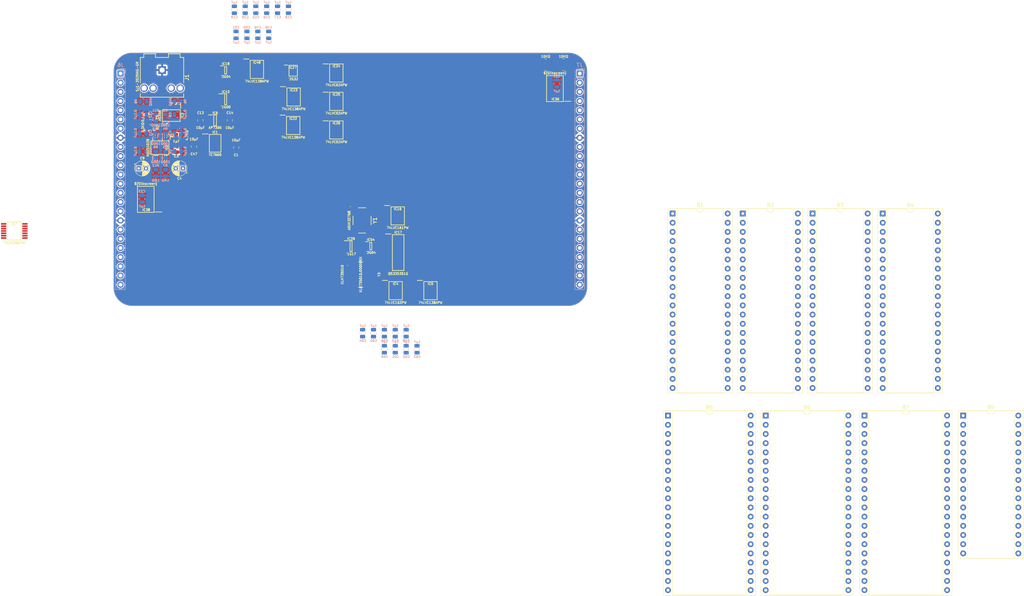
<source format=kicad_pcb>
(kicad_pcb (version 20221018) (generator pcbnew)
  (layers (0 "F.Cu" signal) (31 "B.Cu" signal) (36 "B.SilkS" user "B.Silkscreen") (37 "F.SilkS" user "F.Silkscreen") (38 "B.Mask" user) (39 "F.Mask" user) (44 "Edge.Cuts" user))
  (net 0 "")
  (net 1 "Net-(IC1-CAP+)")
  (net 2 "Net-(IC1-CAP-)")
  (net 3 "/Sound Clock/GND")
  (net 4 "/Sound Clock/-5V")
  (net 5 "/Sound Clock/5V")
  (net 6 "Net-(IC2-OUTA)")
  (net 7 "Net-(C4-Pad2)")
  (net 8 "Net-(IC2-REF)")
  (net 9 "Net-(C6-Pad2)")
  (net 10 "Net-(C7-Pad2)")
  (net 11 "Net-(IC3-IN_1+)")
  (net 12 "Net-(IC2-OUTB)")
  (net 13 "Net-(C9-Pad2)")
  (net 14 "Net-(C10-Pad2)")
  (net 15 "Net-(C11-Pad2)")
  (net 16 "Net-(IC3-IN_2+)")
  (net 17 "/Sound Clock/3.3V")
  (net 20 "/Sound Clock/MAX_{~{WR}}")
  (net 21 "/Sound Clock/MAX7")
  (net 22 "/Sound Clock/MAX6")
  (net 23 "/Sound Clock/MAX5")
  (net 24 "/Sound Clock/MAX4")
  (net 25 "/Sound Clock/MAX3")
  (net 26 "/Sound Clock/MAX2")
  (net 27 "/Sound Clock/MAX1")
  (net 28 "/Sound Clock/MAX0")
  (net 29 "/Sound Clock/MAX_{A0}")
  (net 30 "Net-(IC3-IN_1-)")
  (net 31 "Net-(IC3-IN_2-)")
  (net 32 "/Sound Clock/~{CLK}")
  (net 33 "/Sound Clock/10MHz")
  (net 34 "/Sound Clock/Q3")
  (net 35 "/Sound Clock/Q2")
  (net 36 "/Sound Clock/Q1")
  (net 37 "/Sound Clock/Q0")
  (net 40 "/Sound Clock/~{WR}_{B}")
  (net 42 "/Sound Clock/~{WR}_{A}")
  (net 52 "/Sound Clock/Sound Address")
  (net 53 "/Sound Clock/A ~{OE}")
  (net 54 "/Sound Clock/M11")
  (net 55 "/Sound Clock/M9")
  (net 56 "/Sound Clock/M8")
  (net 57 "/Sound Clock/M13")
  (net 58 "/Sound Clock/A ~{WE}")
  (net 59 "/Sound Clock/M14")
  (net 60 "/Sound Clock/M12")
  (net 61 "/Sound Clock/M7")
  (net 62 "/Sound Clock/M6")
  (net 63 "/Sound Clock/M5")
  (net 64 "/Sound Clock/M4")
  (net 65 "/Sound Clock/M3")
  (net 66 "/Sound Clock/M2")
  (net 67 "/Sound Clock/M1")
  (net 68 "/Sound Clock/M0")
  (net 69 "/Sound Clock/B ~{OE}")
  (net 70 "/Sound Clock/M10")
  (net 71 "/Sound Clock/B ~{WE}")
  (net 72 "/Sound Clock/~{Sound Address}")
  (net 73 "/Sound Clock/~{CPU Address}")
  (net 86 "/Sound Clock/Write Start Address High")
  (net 87 "/Sound Clock/D7")
  (net 88 "/Sound Clock/D6")
  (net 89 "/Sound Clock/D5")
  (net 90 "/Sound Clock/D4")
  (net 91 "/Sound Clock/D3")
  (net 92 "/Sound Clock/D2")
  (net 93 "/Sound Clock/D1")
  (net 94 "/Sound Clock/D0")
  (net 95 "/Sound Clock/Write Start Address Low")
  (net 96 "/Sound Clock/~{Reset}")
  (net 97 "/Sound Clock/CLK")
  (net 98 "/Sound Clock/C3")
  (net 99 "/Sound Clock/C2")
  (net 100 "/Sound Clock/C1")
  (net 101 "/Sound Clock/C0")
  (net 102 "/Sound Clock/C7")
  (net 103 "/Sound Clock/C6")
  (net 104 "/Sound Clock/C5")
  (net 105 "/Sound Clock/C4")
  (net 106 "/Sound Clock/C11")
  (net 107 "/Sound Clock/C10")
  (net 108 "/Sound Clock/C9")
  (net 109 "/Sound Clock/C8")
  (net 110 "/Sound Clock/C14")
  (net 111 "/Sound Clock/C13")
  (net 112 "/Sound Clock/C12")
  (net 113 "/Sound Clock/32KHz")
  (net 115 "/Sound Clock/4KHz")
  (net 116 "/Sound Clock/8KHz")
  (net 117 "/Sound Clock/16KHz")
  (net 120 "/Sound Clock/Device ~{CS}")
  (net 121 "/Sound Clock/CPU A ~{OE}")
  (net 122 "/Sound Clock/CPU A ~{WE}")
  (net 123 "/Sound Clock/Device CS")
  (net 136 "/Sound Clock/Write End Address High")
  (net 137 "/Sound Clock/Write End Address Low")
  (net 138 "/Sound Clock/A0")
  (net 139 "/Sound Clock/A1")
  (net 140 "/Sound Clock/A2")
  (net 141 "/Sound Clock/A3")
  (net 142 "/Sound Clock/Write Interrupt Address High ~{CS}")
  (net 143 "/Sound Clock/Write Interrupt Address Low ~{CS}")
  (net 144 "/Sound Clock/Write End Address High ~{CS}")
  (net 145 "/Sound Clock/Write End Address Low ~{CS}")
  (net 146 "/Sound Clock/Write Start Address High ~{CS}")
  (net 147 "/Sound Clock/Write Start Address Low ~{CS}")
  (net 148 "/Sound Clock/Read Address High ~{CS}")
  (net 149 "/Sound Clock/Read Address Low ~{CS}")
  (net 150 "/Sound Clock/~{WD}")
  (net 151 "/Sound Clock/Write Interrupt Address Low")
  (net 152 "/Sound Clock/Write Interrupt Address High")
  (net 153 "/Sound Clock/~{RD}")
  (net 154 "/Sound Clock/Read Address Low")
  (net 155 "/Sound Clock/Read Address High")
  (net 158 "/Sound Clock/A4")
  (net 159 "/Sound Clock/A5")
  (net 160 "/Sound Clock/A6")
  (net 161 "/Sound Clock/A7")
  (net 162 "/Sound Clock/A8")
  (net 163 "/Sound Clock/A9")
  (net 164 "/Sound Clock/A10")
  (net 165 "/Sound Clock/A11")
  (net 166 "/Sound Clock/A12")
  (net 167 "/Sound Clock/A13")
  (net 168 "/Sound Clock/A14")
  (net 169 "/Sound Clock/D7_{IN{slash}OUT}")
  (net 170 "/Sound Clock/D6_{IN{slash}OUT}")
  (net 171 "/Sound Clock/D5_{IN{slash}OUT}")
  (net 172 "/Sound Clock/D4_{IN{slash}OUT}")
  (net 173 "/Sound Clock/D3_{IN{slash}OUT}")
  (net 174 "/Sound Clock/D2_{IN{slash}OUT}")
  (net 175 "/Sound Clock/D1_{IN{slash}OUT}")
  (net 176 "/Sound Clock/D0_{IN{slash}OUT}")
  (net 177 "/Sound Clock/~{Reset} _{IN}")
  (net 178 "/Sound Clock/~{WD}_{IN}")
  (net 179 "/Sound Clock/~{RD}_{IN}")
  (net 180 "/Sound Clock/A16")
  (net 181 "/Sound Clock/CPU B ~{OE}")
  (net 182 "/Sound Clock/CPU B ~{WE}")
  (net 183 "/Sound Clock/Line Out Right")
  (net 184 "/Sound Clock/Line Out Left")
  (net 196 "/Sound Clock/A15")
  (net 208 "/Sound Clock/Enable")
  (net 209 "/Sound Clock/~{End} _{CMP}")
  (net 210 "/Sound Clock/Clock Select _{S1}")
  (net 211 "/Sound Clock/Clock Select _{S0}")
  (net 212 "/Sound Clock/Write Flags ~{CS}")
  (net 213 "/Sound Clock/Clear Interrupt ~{CS}")
  (net 214 "/Sound Clock/Reset Disable ~{CS}")
  (net 219 "/Sound Clock/Clear Interrupt")
  (net 220 "/Sound Clock/Write Flags")
  (net 221 "/Sound Clock/~{Interrupt} _{CMP}")
  (net 222 "/Sound Clock/Device ~{CS} _{IN}")
  (net 223 "/Sound Clock/Config ~{CS}")
  (net 225 "Net-(IC27A-1B)")
  (net 226 "/Sound Clock/CPU A ~{OE}·~{WE}")
  (net 227 "/Sound Clock/CPU B ~{OE}·~{WE}")
  (net 233 "/Sound Clock/~{Enable} _{OUT}")
  (net 234 "/Sound Clock/~{Q3}")
  (net 235 "Net-(IC17-YA)")
  (net 237 "/Sound Clock/~{Interrupt} _{OUT}")
  (footprint "SamacSys_Parts:SOIC127P602X173-16N" (layer "F.Cu") (at 158.057 92.71)
    (fp_text reference "IC17")
    (fp_text value "QS3253S1G")
  )
  (footprint "SamacSys_Parts:SOP65P640X110-16N" (layer "F.Cu") (at 118.999 42.037)
    (fp_text reference "IC48")
    (fp_text value "74LVC138APW-Q100J" hide)
  )
  (footprint "SamacSys_Parts:C_0805" (layer "F.Cu") (at 89.495002 55.198002 -90)
    (fp_text reference "C5")
    (fp_text value "0.1μF")
  )
  (footprint "SamacSys_Parts:DIP-40_Socket_W22.86mm" (layer "F.Cu") (at 259.71 137.8)
    (fp_text reference "B6")
    (fp_text value "End Address")
  )
  (footprint "SamacSys_Parts:C_0805" (layer "F.Cu") (at 101.6 63.373 180)
    (fp_text reference "C47")
    (fp_text value "10µF")
  )
  (footprint "SamacSys_Parts:C_0805" (layer "F.Cu") (at 113.284 63.627 180)
    (fp_text reference "C1")
    (fp_text value "10µF")
  )
  (footprint "SamacSys_Parts:SOP65P640X110-16N" (layer "F.Cu") (at 129.028 57.557)
    (fp_text reference "IC22")
    (fp_text value "74LVC138APW-Q100J" hide)
  )
  (footprint "SamacSys_Parts:C_0805" (layer "F.Cu") (at 111.506 56.134)
    (fp_text reference "C14")
    (fp_text value "10µF")
  )
  (footprint "SamacSys_Parts:SOP65P210X110-6N" (layer "F.Cu") (at 110.363 42.291)
    (fp_text reference "IC18")
    (fp_text value "74LVC2G04GW-Q100H" hide)
  )
  (footprint "SamacSys_Parts:DIP-32_Socket_W15.24mm" (layer "F.Cu") (at 314.325 137.795)
    (fp_text reference "B8")
    (fp_text value "Flags, Interrupt and Enable")
  )
  (footprint "SamacSys_Parts:C_0805" (layer "F.Cu") (at 103.378 56.134)
    (fp_text reference "C13")
    (fp_text value "10µF")
  )
  (footprint "SamacSys_Parts:C_0805" (layer "F.Cu") (at 96.734002 63.961001 180)
    (fp_text reference "C3")
    (fp_text value "1μF")
  )
  (footprint "SamacSys_Parts:CAY16-J4" (layer "F.Cu") (at 198.882 40.767 180)
    (fp_text reference "RN2" hide)
    (fp_text value "CAY16-103J4LF" hide)
  )
  (footprint "SamacSys_Parts:SOP65P640X110-16N" (layer "F.Cu") (at 157.353 103.251)
    (fp_text reference "IC4")
    (fp_text value "74LVC163PW,118" hide)
  )
  (footprint "SamacSys_Parts:SOP65P780X200-20N" (layer "F.Cu") (at 88.265 77.978 180)
    (fp_text reference "IC38")
    (fp_text value "SN74ABT245BDBR" hide)
  )
  (footprint "SamacSys_Parts:DIP-40_Socket_W15.24mm" (layer "F.Cu") (at 253.365 81.915)
    (fp_text reference "B2")
    (fp_text value "Memory Select (M12..M14,S,E)")
  )
  (footprint "SamacSys_Parts:SOP65P400X110-8N" (layer "F.Cu") (at 129.032 42.418)
    (fp_text reference "IC27")
    (fp_text value "74LVC2G32DP,125" hide)
  )
  (footprint "SamacSys_Parts:R_0805" (layer "F.Cu") (at 97.623001 60.277999 90)
    (fp_text reference "R1")
    (fp_text value "4.7KΩ")
  )
  (footprint "SamacSys_Parts:R_0805" (layer "F.Cu") (at 89.495002 58.119001 -90)
    (fp_text reference "R2")
    (fp_text value "3.3KΩ")
  )
  (footprint "SamacSys_Parts:SOP65P640X110-14N" (layer "F.Cu") (at 140.97 58.801)
    (fp_text reference "IC26")
    (fp_text value "74LVC02APW,118" hide)
  )
  (footprint "SamacSys_Parts:SOIC127P600X175-8N" (layer "F.Cu") (at 95.337003 54.817001 -90)
    (fp_text reference "IC3")
    (fp_text value "AS358AMTR-G1" hide)
  )
  (footprint "SamacSys_Parts:DIP-40_Socket_W15.24mm" (layer "F.Cu") (at 272.669 81.915)
    (fp_text reference "B3")
    (fp_text value "Memory A")
  )
  (footprint "Capacitor_THT:CP_Radial_D4.0mm_P2.00mm" (layer "F.Cu") (at 86.320002 69.422001)
    (fp_text reference "C9")
    (fp_text value "C_Polarized")
  )
  (footprint "SamacSys_Parts:SOT95P285X130-5N" (layer "F.Cu") (at 107.442 56.134)
    (fp_text reference "IC6")
    (fp_text value "AP7365-33WG-7" hide)
  )
  (footprint "SamacSys_Parts:SOP65P210X110-6N" (layer "F.Cu") (at 150.495 90.932)
    (fp_text reference "IC54")
    (fp_text value "74LVC2G04GW-Q100H" hide)
  )
  (footprint "SamacSys_Parts:SJ13525NGGR" (layer "F.Cu") (at 92.797 42.244 -90)
    (fp_text reference "J1")
    (fp_text value "SJ1-3525NG-GR")
  )
  (footprint "NetTie:NetTie-2_SMD_Pad0.5mm" (layer "F.Cu") (at 160.274 103.505 180)
    (fp_text reference "NT1" hide)
    (fp_text value "NetTie" hide)
  )
  (footprint "SamacSys_Parts:XLH735010000000X" (layer "F.Cu") (at 147.701 98.806 -90)
    (fp_text reference "Y3")
    (fp_text value "XLH735010.000000X")
  )
  (footprint "SamacSys_Parts:SOT95P275X110-5N" (layer "F.Cu") (at 145.034 90.932)
    (fp_text reference "IC39")
    (fp_text value "74LVC1G17GV,125" hide)
  )
  (footprint "SamacSys_Parts:SOP65P640X110-14N" (layer "F.Cu") (at 140.97 43.053)
    (fp_text reference "IC24")
    (fp_text value "74LVC02APW,118" hide)
  )
  (footprint "SamacSys_Parts:SOP65P640X110-16N" (layer "F.Cu") (at 92.162 63.707002 -90)
    (fp_text reference "IC2")
    (fp_text value "MAX5102BEUE+T" hide)
  )
  (footprint "SamacSys_Parts:DIP-40_Socket_W15.24mm" (layer "F.Cu") (at 292.069 81.915)
    (fp_text reference "B4")
    (fp_text value "Memory B")
  )
  (footprint "SamacSys_Parts:DIP-40_Socket_W22.86mm" (layer "F.Cu") (at 232.69 137.8)
    (fp_text reference "B5")
    (fp_text value "Interrupt Address")
  )
  (footprint "SamacSys_Parts:SOP65P780X200-20N" (layer "F.Cu") (at 201.422 47.371 180)
    (fp_text reference "IC36")
    (fp_text value "SN74ABT245BDBR" hide)
  )
  (footprint "SamacSys_Parts:SOP65P640X110-14N" (layer "F.Cu") (at 140.97 50.881)
    (fp_text reference "IC25")
    (fp_text value "74LVC02APW,118" hide)
  )
  (footprint "SamacSys_Parts:SOP65P640X110-14N" (layer "F.Cu") (at 51.905 86.73)
    (fp_text reference "IC7")
    (fp_text value "74LVC08APW,112" hide)
  )
  (footprint "SamacSys_Parts:SOP65P640X110-16N" (layer "F.Cu") (at 157.93 82.55)
    (fp_text reference "IC16")
    (fp_text value "74LVC161PW,112" hide)
  )
  (footprint "SamacSys_Parts:ASVK32768KHZLJT" (layer "F.Cu") (at 148.082 83.82 -90)
    (fp_text reference "Y1")
    (fp_text value "ASVK-32.768KHZ-LJT" hide)
  )
  (footprint "SamacSys_Parts:DIP-40_Socket_W15.24mm" (layer "F.Cu") (at 233.965 81.915)
    (fp_text reference "B1")
    (fp_text value "Memory Select (M0..M11)")
  )
  (footprint "Capacitor_THT:CP_Radial_D4.0mm_P2.00mm" (layer "F.Cu") (at 98.552198 69.422001 180)
    (fp_text reference "C4")
    (fp_text value "C_Polarized")
  )
  (footprint "SamacSys_Parts:CAY16-J4" (layer "F.Cu") (at 203.835 40.767 180)
    (fp_text reference "RN1" hide)
    (fp_text value "CAY16-103J4LF" hide)
  )
  (footprint "SamacSys_Parts:SOIC127P600X175-8N" (layer "F.Cu") (at 107.442 62.484)
    (fp_text reference "IC1")
    (fp_text value "TC7660EOA" hide)
  )
  (footprint "SamacSys_Parts:SOP65P640X110-16N" (layer "F.Cu") (at 167.005 103.251)
    (fp_text reference "IC5")
    (fp_text value "74LVC138APW-Q100J" hide)
  )
  (footprint "SamacSys_Parts:SOP65P640X110-16N" (layer "F.Cu") (at 129.155 49.683)
    (fp_text reference "IC23")
    (fp_text value "74LVC138APW-Q100J" hide)
  )
  (footprint "SamacSys_Parts:DIP-40_Socket_W22.86mm" (layer "F.Cu") (at 287.02 137.795)
    (fp_text reference "B7")
    (fp_text value "Count and Start Address")
  )
  (footprint "SamacSys_Parts:SOT95P275X110-5N" (layer "F.Cu") (at 110.363 50.292)
    (fp_text reference "IC43")
    (fp_text value "74LVC1G00GV,125" hide)
  )
  (footprint "SamacSys_Parts:C_0805" (layer "B.Cu") (at 118.693999 25.527)
    (fp_text reference "C15")
    (fp_text value "1μF")
  )
  (footprint "Connector_PinHeader_2.54mm:PinHeader_1x24_P2.54mm_Vertical" (layer "B.Cu") (at 81.28 43.18 180)
    (fp_text reference "J6")
    (fp_text value "Conn_01x24_Pin")
  )
  (footprint "SamacSys_Parts:R_0805" (layer "B.Cu") (at 93.686002 65.612 180)
    (fp_text reference "R3")
    (fp_text value "100Ω")
  )
  (footprint "SamacSys_Parts:R_0805" (layer "B.Cu") (at 91.009 65.612 180)
    (fp_text reference "R9")
    (fp_text value "100Ω")
  )
  (footprint "SamacSys_Parts:C_0805" (layer "B.Cu") (at 116.243 32.512 180)
    (fp_text reference "C50")
    (fp_text value "1μF")
  )
  (footprint "SamacSys_Parts:C_0805" (layer "B.Cu") (at 122.263 32.512 180)
    (fp_text reference "C48")
    (fp_text value "1μF")
  )
  (footprint "SamacSys_Parts:C_0805" (layer "B.Cu") (at 163.284 119.425)
    (fp_text reference "C63")
    (fp_text value "1μF")
  )
  (footprint "SamacSys_Parts:C_0805" (layer "B.Cu") (at 151.244 114.975)
    (fp_text reference "C65")
    (fp_text value "1μF")
  )
  (footprint "SamacSys_Parts:C_0805" (layer "B.Cu") (at 115.772999 25.532)
    (fp_text reference "C20")
    (fp_text value "1μF")
  )
  (footprint "SamacSys_Parts:C_0805" (layer "B.Cu") (at 119.253 32.512 180)
    (fp_text reference "C49")
    (fp_text value "1μF")
  )
  (footprint "SamacSys_Parts:C_0805" (layer "B.Cu") (at 121.703999 25.527)
    (fp_text reference "C16")
    (fp_text value "1μF")
  )
  (footprint "SamacSys_Parts:C_0805" (layer "B.Cu") (at 160.274 119.425)
    (fp_text reference "C62")
    (fp_text value "1μF")
  )
  (footprint "SamacSys_Parts:C_0805" (layer "B.Cu") (at 87.463002 54.563002 90)
    (fp_text reference "C12")
    (fp_text value "0.1μF")
  )
  (footprint "SamacSys_Parts:C_0805" (layer "B.Cu") (at 157.264 114.975)
    (fp_text reference "C67")
    (fp_text value "1μF")
  )
  (footprint "SamacSys_Parts:R_0805" (layer "B.Cu") (at 93.686002 60.532002 180)
    (fp_text reference "R4")
    (fp_text value "100Ω")
  )
  (footprint "SamacSys_Parts:C_0805" (layer "B.Cu") (at 201.93 45.974 180)
    (fp_text reference "C22")
    (fp_text value "1μF")
  )
  (footprint "SamacSys_Parts:C_0805" (layer "B.Cu") (at 154.254 119.425)
    (fp_text reference "C60")
    (fp_text value "1μF")
  )
  (footprint "SamacSys_Parts:C_0805" (layer "B.Cu") (at 87.463002 59.642999 90)
    (fp_text reference "C11")
    (fp_text value "0.1μF")
  )
  (footprint "SamacSys_Parts:C_0805" (layer "B.Cu") (at 154.253999 114.975)
    (fp_text reference "C66")
    (fp_text value "1μF")
  )
  (footprint "SamacSys_Parts:C_0805" (layer "B.Cu") (at 87.463002 64.723002 90)
    (fp_text reference "C10")
    (fp_text value "0.1μF")
  )
  (footprint "SamacSys_Parts:R_0805" (layer "B.Cu") (at 91.019 55.452001 180)
    (fp_text reference "R11")
    (fp_text value "100Ω")
  )
  (footprint "SamacSys_Parts:C_0805" (layer "B.Cu") (at 160.274 114.975)
    (fp_text reference "C68")
    (fp_text value "1μF")
  )
  (footprint "SamacSys_Parts:C_0805" (layer "B.Cu") (at 127.724 25.527)
    (fp_text reference "C18")
    (fp_text value "1μF")
  )
  (footprint "SamacSys_Parts:C_0805" (layer "B.Cu") (at 97.115 59.643002 -90)
    (fp_text reference "C7")
    (fp_text value "0.1μF")
  )
  (footprint "SamacSys_Parts:R_0805" (layer "B.Cu") (at 93.686002 70.692002 180)
    (fp_text reference "R7")
    (fp_text value "1MΩ")
  )
  (footprint "SamacSys_Parts:R_0805" (layer "B.Cu") (at 91.019 60.532002 180)
    (fp_text reference "R10")
    (fp_text value "100Ω")
  )
  (footprint "SamacSys_Parts:C_0805" (layer "B.Cu") (at 124.714 25.527)
    (fp_text reference "C17")
    (fp_text value "1μF")
  )
  (footprint "SamacSys_Parts:C_0805" (layer "B.Cu") (at 112.763 25.532)
    (fp_text reference "C19")
    (fp_text value "1μF")
  )
  (footprint "Connector_PinHeader_2.54mm:PinHeader_1x24_P2.54mm_Vertical" (layer "B.Cu") (at 208.28 43.18 180)
    (fp_text reference "J7")
    (fp_text value "Conn_01x24_Pin")
  )
  (footprint "SamacSys_Parts:C_0805" (layer "B.Cu") (at 97.115 54.563001 -90)
    (fp_text reference "C8")
    (fp_text value "0.1μF")
  )
  (footprint "SamacSys_Parts:C_0805" (layer "B.Cu") (at 148.234001 114.975)
    (fp_text reference "C64")
    (fp_text value "1μF")
  )
  (footprint "SamacSys_Parts:C_0805" (layer "B.Cu") (at 113.233 32.512 180)
    (fp_text reference "C51")
    (fp_text value "1μF")
  )
  (footprint "SamacSys_Parts:R_0805" (layer "B.Cu") (at 87.590002 50.88 -90)
    (fp_text reference "R8")
    (fp_text value "540Ω")
  )
  (footprint "SamacSys_Parts:C_0805" (layer "B.Cu") (at 97.115 64.723001 -90)
    (fp_text reference "C6")
    (fp_text value "0.1μF")
  )
  (footprint "SamacSys_Parts:R_0805" (layer "B.Cu") (at 91.019 70.692002 180)
    (fp_text reference "R12")
    (fp_text value "1MΩ")
  )
  (footprint "SamacSys_Parts:C_0805" (layer "B.Cu") (at 157.264 119.425)
    (fp_text reference "C61")
    (fp_text value "1μF")
  )
  (footprint "SamacSys_Parts:C_0805" (layer "B.Cu") (at 87.249 77.851 180)
    (fp_text reference "C23")
    (fp_text value "1μF")
  )
  (footprint "SamacSys_Parts:R_0805" (layer "B.Cu") (at 93.686002 55.451999 180)
    (fp_text reference "R5")
    (fp_text value "100Ω")
  )
  (footprint "SamacSys_Parts:R_0805" (layer "B.Cu") (at 97.115 50.88 90)
    (fp_text reference "R6")
    (fp_text value "540Ω")
  )
  (gr_line (start 84.455 37.465) (end 205.232 37.465) (stroke (width 0.1)) (layer "Edge.Cuts"))
  (gr_arc (start 210.312 102.361999) (mid 208.824103 105.954102) (end 205.232 107.441999) (stroke (width 0.1)) (layer "Edge.Cuts"))
  (gr_arc (start 84.455 107.441999) (mid 80.862898 105.954101) (end 79.375 102.361999) (stroke (width 0.1)) (layer "Edge.Cuts"))
  (gr_arc (start 79.375 42.545) (mid 80.862898 38.952898) (end 84.455 37.465) (stroke (width 0.1)) (layer "Edge.Cuts"))
  (gr_line (start 210.312 102.361999) (end 210.312 42.545) (stroke (width 0.1)) (layer "Edge.Cuts"))
  (gr_line (start 79.375 102.361999) (end 79.375 42.545) (stroke (width 0.1)) (layer "Edge.Cuts"))
  (gr_arc (start 205.232 37.465) (mid 208.824102 38.952898) (end 210.312 42.545) (stroke (width 0.1)) (layer "Edge.Cuts"))
  (gr_line (start 84.455 107.441999) (end 205.232 107.441999) (stroke (width 0.1)) (layer "Edge.Cuts"))
  (zone (net 3) (net_name "/Sound Clock/GND") (layers "F&B.Cu") (connect_pads (clearance 0.25)) (min_thickness 0.25) (fill yes (thermal_gap 0.5) (thermal_bridge_width 0.5))
    (polygon (pts (xy 79.248 37.211) (xy 210.566 37.211) (xy 210.566 107.569) (xy 79.248 107.569)))
  )
)
</source>
